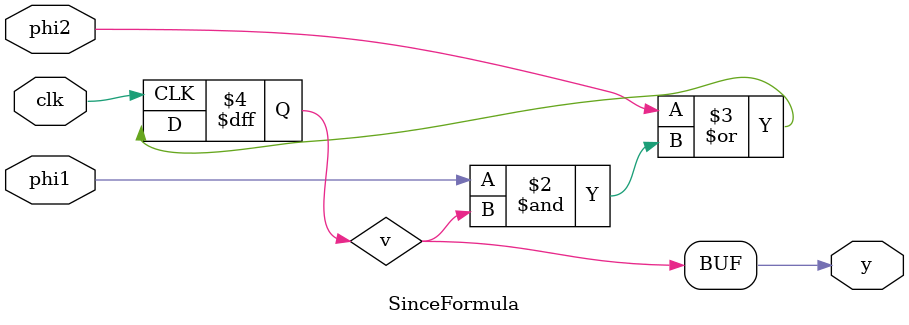
<source format=sv>
module SinceFormula (
    input logic clk,
    input logic phi1,
    input logic phi2,
    output logic y
);
    logic v;

    always_ff @(posedge clk) begin
        v <= phi2 | (phi1 & v);
    end

    assign y = v;
endmodule

</source>
